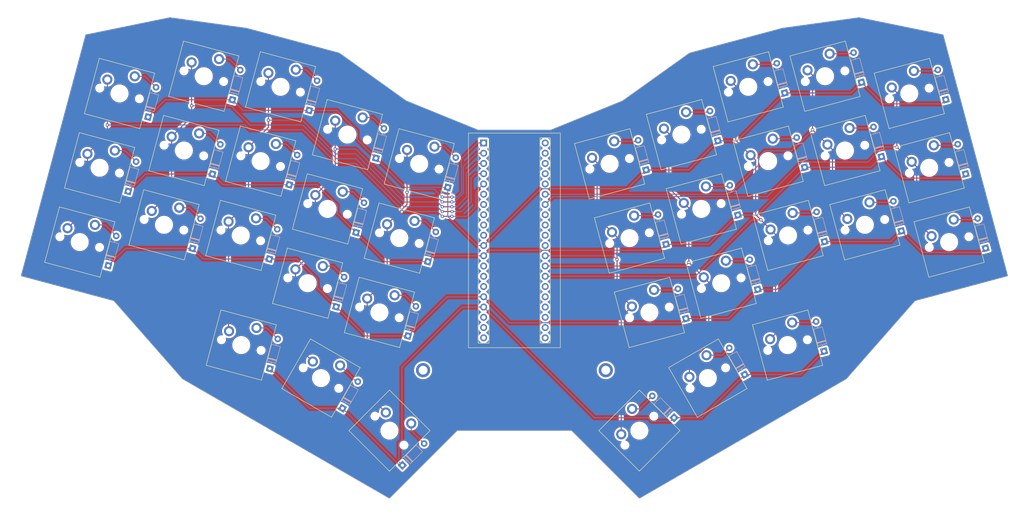
<source format=kicad_pcb>
(kicad_pcb (version 20221018) (generator pcbnew)
  (layers (0 "F.Cu" signal) (31 "B.Cu" signal) (34 "B.Paste" user) (35 "F.Paste" user) (36 "B.SilkS" user "B.Silkscreen") (37 "F.SilkS" user "F.Silkscreen") (38 "B.Mask" user) (39 "F.Mask" user) (44 "Edge.Cuts" user))
  (net 0 "")
  (net 1 "R0")
  (net 2 "Net-(D1-A)")
  (net 3 "Net-(D2-A)")
  (net 4 "Net-(D3-A)")
  (net 5 "Net-(D4-A)")
  (net 6 "Net-(D5-A)")
  (net 7 "Net-(D6-A)")
  (net 8 "Net-(D7-A)")
  (net 9 "Net-(D8-A)")
  (net 10 "Net-(D9-A)")
  (net 11 "Net-(D10-A)")
  (net 12 "R1")
  (net 13 "Net-(D11-A)")
  (net 14 "Net-(D12-A)")
  (net 15 "Net-(D13-A)")
  (net 16 "Net-(D14-A)")
  (net 17 "Net-(D15-A)")
  (net 18 "Net-(D16-A)")
  (net 19 "Net-(D17-A)")
  (net 20 "Net-(D18-A)")
  (net 21 "Net-(D19-A)")
  (net 22 "Net-(D20-A)")
  (net 23 "R2")
  (net 24 "Net-(D21-A)")
  (net 25 "Net-(D22-A)")
  (net 26 "Net-(D23-A)")
  (net 27 "Net-(D24-A)")
  (net 28 "Net-(D25-A)")
  (net 29 "Net-(D26-A)")
  (net 30 "Net-(D27-A)")
  (net 31 "Net-(D28-A)")
  (net 32 "Net-(D29-A)")
  (net 33 "Net-(D30-A)")
  (net 34 "R3")
  (net 35 "Net-(D31-A)")
  (net 36 "Net-(D32-A)")
  (net 37 "Net-(D33-A)")
  (net 38 "Net-(D34-A)")
  (net 39 "Net-(D35-A)")
  (net 40 "Net-(D36-A)")
  (net 41 "C0")
  (net 42 "C1")
  (net 43 "C2")
  (net 44 "C3")
  (net 45 "C4")
  (net 46 "C5")
  (net 47 "C6")
  (net 48 "C7")
  (net 49 "C8")
  (net 50 "C9")
  (footprint "WeAct_BlackPill:YAAJ_WeAct_BlackPill_2" (layer "F.Cu") (at 139.932661 52.354833)
    (fp_text reference "U2" hide)
    (fp_text value "YAAJ_WeAct_BlackPill_Part_Like" hide)
  )
  (footprint "ScottoKeebs_MX:MX_PCB_1.00u" (layer "F.Cu") (at 195.454657 110.589234 30)
    (fp_text reference "S35" hide)
    (fp_text value "Keyswitch")
  )
  (footprint "ScottoKeebs_MX:MX_PCB_1.00u" (layer "F.Cu") (at 210.391629 56.858888 15)
    (fp_text reference "S18" hide)
    (fp_text value "Keyswitch")
  )
  (footprint "ScottoKeebs_MX:MX_PCB_1.00u" (layer "F.Cu") (at 39.899849 76.899324 -15)
    (fp_text reference "S21" hide)
    (fp_text value "Keyswitch")
  )
  (footprint "ScottoKeebs_MX:MX_PCB_1.00u" (layer "F.Cu") (at 198.770181 87.090604 15)
    (fp_text reference "S27" hide)
    (fp_text value "Keyswitch")
  )
  (footprint "ScottoKeebs_MX:MX_PCB_1.00u" (layer "F.Cu") (at 178.497878 123.600624 45)
    (fp_text reference "S34" hide)
    (fp_text value "Keyswitch")
  )
  (footprint "ScottoKeebs_MX:MX_PCB_1.00u" (layer "F.Cu") (at 188.909179 50.288834 15)
    (fp_text reference "S7" hide)
    (fp_text value "Keyswitch")
  )
  (footprint "ScottoKeebs_MX:MX_PCB_1.00u" (layer "F.Cu") (at 215.32213 75.259772 15)
    (fp_text reference "S28" hide)
    (fp_text value "Keyswitch")
  )
  (footprint "ScottoKeebs_MX:MX_PCB_1.00u" (layer "F.Cu") (at 60.765986 72.629381 -15)
    (fp_text reference "S22" hide)
    (fp_text value "Keyswitch")
  )
  (footprint "ScottoKeebs_MX:MX_PCB_1.00u" (layer "F.Cu") (at 193.839681 68.689721 15)
    (fp_text reference "S17" hide)
    (fp_text value "Keyswitch")
  )
  (footprint "hwkb:tbc" (layer "F.Cu") (at 147.552661 119.347333)
    (fp_text reference "G***" hide)
    (fp_text value "LOGO" hide)
  )
  (footprint "ScottoKeebs_MX:MX_PCB_1.00u" (layer "F.Cu") (at 70.626996 35.82761 -15)
    (fp_text reference "S2" hide)
    (fp_text value "Keyswitch")
  )
  (footprint "ScottoKeebs_MX:MX_PCB_1.00u" (layer "F.Cu") (at 44.830354 58.498435 -15)
    (fp_text reference "S11" hide)
    (fp_text value "Keyswitch")
  )
  (footprint "ScottoKeebs_MX:MX_PCB_1.00u" (layer "F.Cu") (at 171.124606 57.519447 15)
    (fp_text reference "S6" hide)
    (fp_text value "Keyswitch")
  )
  (footprint "ScottoKeebs_MX:MX_PCB_1.00u" (layer "F.Cu") (at 224.478323 35.827607 15)
    (fp_text reference "S9" hide)
    (fp_text value "Keyswitch")
  )
  (footprint "ScottoKeebs_MX:MX_PCB_1.00u" (layer "F.Cu") (at 89.644198 38.458001 -15)
    (fp_text reference "S3" hide)
    (fp_text value "Keyswitch")
  )
  (footprint "ScottoKeebs_MX:MX_PCB_1.00u" (layer "F.Cu") (at 101.265637 68.689724 -15)
    (fp_text reference "S14" hide)
    (fp_text value "Keyswitch")
  )
  (footprint "ScottoKeebs_MX:MX_PCB_1.00u" (layer "F.Cu") (at 250.274964 58.498432 15)
    (fp_text reference "S20" hide)
    (fp_text value "Keyswitch")
  )
  (footprint "ScottoKeebs_MX:MX_PCB_1.00u" (layer "F.Cu") (at 79.783184 75.259774 -15)
    (fp_text reference "S23" hide)
    (fp_text value "Keyswitch")
  )
  (footprint "ScottoKeebs_MX:MX_PCB_1.00u" (layer "F.Cu") (at 106.196144 50.288835 -15)
    (fp_text reference "S4" hide)
    (fp_text value "Keyswitch")
  )
  (footprint "ScottoKeebs_MX:MX_PCB_1.00u" (layer "F.Cu") (at 180.985605 94.321219 15)
    (fp_text reference "S26" hide)
    (fp_text value "Keyswitch")
  )
  (footprint "ScottoKeebs_MX:MX_PCB_1.00u" (layer "F.Cu") (at 49.760855 40.097549 -15)
    (fp_text reference "S1" hide)
    (fp_text value "Keyswitch")
  )
  (footprint "ScottoKeebs_MX:MX_PCB_1.00u" (layer "F.Cu") (at 215.201243 102.40993 15)
    (fp_text reference "S36" hide)
    (fp_text value "Keyswitch")
  )
  (footprint "ScottoKeebs_MX:MX_PCB_1.00u" (layer "F.Cu") (at 114.119712 94.321223 -15)
    (fp_text reference "S25" hide)
    (fp_text value "Keyswitch")
  )
  (footprint "ScottoKeebs_MX:MX_PCB_1.00u" (layer "F.Cu") (at 84.713692 56.858888 -15)
    (fp_text reference "S13" hide)
    (fp_text value "Keyswitch")
  )
  (footprint "ScottoKeebs_MX:MX_PCB_1.00u" (layer "F.Cu") (at 123.980716 57.519449 -15)
    (fp_text reference "S5" hide)
    (fp_text value "Keyswitch")
  )
  (footprint "ScottoKeebs_MX:MX_PCB_1.00u" (layer "F.Cu") (at 119.050212 75.920336 -15)
    (fp_text reference "S15" hide)
    (fp_text value "Keyswitch")
  )
  (footprint "" (layer "F.Cu") (at 124.930786 108.631708)
    (fp_text reference "")
    (fp_text value "")
  )
  (footprint "" (layer "F.Cu") (at 170.174536 108.631708)
    (fp_text reference "")
    (fp_text value "")
  )
  (footprint "ScottoKeebs_MX:MX_PCB_1.00u" (layer "F.Cu") (at 234.339333 72.629381 15)
    (fp_text reference "S29" hide)
    (fp_text value "Keyswitch")
  )
  (footprint "ScottoKeebs_MX:MX_PCB_1.00u" (layer "F.Cu") (at 96.335135 87.090609 -15)
    (fp_text reference "S24" hide)
    (fp_text value "Keyswitch")
  )
  (footprint "ScottoKeebs_MX:MX_PCB_1.00u" (layer "F.Cu") (at 116.607437 123.600628 -45)
    (fp_text reference "S33" hide)
    (fp_text value "Keyswitch")
  )
  (footprint "ScottoKeebs_MX:MX_PCB_1.00u" (layer "F.Cu") (at 99.650662 110.589233 -30)
    (fp_text reference "S32" hide)
    (fp_text value "Keyswitch")
  )
  (footprint "ScottoKeebs_MX:MX_PCB_1.00u" (layer "F.Cu") (at 65.696493 54.228494 -15)
    (fp_text reference "S12" hide)
    (fp_text value "Keyswitch")
  )
  (footprint "ScottoKeebs_MX:MX_PCB_1.00u" (layer "F.Cu") (at 205.461125 38.457996 15)
    (fp_text reference "S8" hide)
    (fp_text value "Keyswitch")
  )
  (footprint "ScottoKeebs_MX:MX_PCB_1.00u" (layer "F.Cu") (at 255.205469 76.89932 15)
    (fp_text reference "S30" hide)
    (fp_text value "Keyswitch")
  )
  (footprint "ScottoKeebs_MX:MX_PCB_1.00u" (layer "F.Cu") (at 245.344461 40.097545 15)
    (fp_text reference "S10" hide)
    (fp_text value "Keyswitch")
  )
  (footprint "ScottoKeebs_MX:MX_PCB_1.00u" (layer "F.Cu") (at 176.055107 75.920337 15)
    (fp_text reference "S16" hide)
    (fp_text value "Keyswitch")
  )
  (footprint "ScottoKeebs_MX:MX_PCB_1.00u" (layer "F.Cu") (at 79.904079 102.40993 -15)
    (fp_text reference "S31" hide)
    (fp_text value "Keyswitch")
  )
  (footprint "ScottoKeebs_MX:MX_PCB_1.00u" (layer "F.Cu") (at 229.408826 54.228495 15)
    (fp_text reference "S19" hide)
    (fp_text value "Keyswitch")
  )
  (footprint "ScottoKeebs_Components:Diode_DO-35" (layer "B.Cu") (at 214.497611 39.981078 105)
    (fp_text reference "D8" hide)
    (fp_text value "Diode")
  )
  (footprint "ScottoKeebs_Components:Diode_DO-35" (layer "B.Cu") (at 204.577434 109.721604 120)
    (fp_text reference "D35" hide)
    (fp_text value "Diode")
  )
  (footprint "ScottoKeebs_Components:Diode_DO-35" (layer "B.Cu") (at 96.708479 44.295276 75)
    (fp_text reference "D3" hide)
    (fp_text value "Diode")
  )
  (footprint "ScottoKeebs_Components:Diode_DO-35" (layer "B.Cu") (at 86.847476 81.097044 75)
    (fp_text reference "D23" hide)
    (fp_text value "Diode")
  )
  (footprint "ScottoKeebs_Components:Diode_DO-35" (layer "B.Cu") (at 264.241959 78.422406 105)
    (fp_text reference "D30" hide)
    (fp_text value "Diode")
  )
  (footprint "ScottoKeebs_Components:Diode_DO-35" (layer "B.Cu") (at 131.045005 63.356722 75)
    (fp_text reference "D5" hide)
    (fp_text value "Diode")
  )
  (footprint "ScottoKeebs_Components:Diode_DO-35" (layer "B.Cu") (at 224.23773 103.933011 105)
    (fp_text reference "D36" hide)
    (fp_text value "Diode")
  )
  (footprint "ScottoKeebs_Components:Diode_DO-35" (layer "B.Cu") (at 185.091594 77.443414 105)
    (fp_text reference "D16" hide)
    (fp_text value "Diode")
  )
  (footprint "ScottoKeebs_Components:Diode_DO-35" (layer "B.Cu") (at 113.260431 56.126105 75)
    (fp_text reference "D4" hide)
    (fp_text value "Diode")
  )
  (footprint "ScottoKeebs_Components:Diode_DO-35" (layer "B.Cu") (at 243.37582 74.152459 105)
    (fp_text reference "D29" hide)
    (fp_text value "Diode")
  )
  (footprint "ScottoKeebs_Components:Diode_DO-35" (layer "B.Cu") (at 108.329929 74.526997 75)
    (fp_text reference "D14" hide)
    (fp_text value "Diode")
  )
  (footprint "ScottoKeebs_Components:Diode_DO-35" (layer "B.Cu") (at 180.161089 59.042528 105)
    (fp_text reference "D6" hide)
    (fp_text value "Diode")
  )
  (footprint "ScottoKeebs_Components:Diode_DO-35" (layer "B.Cu") (at 259.311453 60.021515 105)
    (fp_text reference "D20" hide)
    (fp_text value "Diode")
  )
  (footprint "ScottoKeebs_Components:Diode_DO-35" (layer "B.Cu") (at 51.894641 64.335711 75)
    (fp_text reference "D11" hide)
    (fp_text value "Diode")
  )
  (footprint "ScottoKeebs_Components:Diode_DO-35" (layer "B.Cu") (at 207.806671 88.613693 105)
    (fp_text reference "D27" hide)
    (fp_text value "Diode")
  )
  (footprint "ScottoKeebs_Components:Diode_DO-35" (layer "B.Cu") (at 254.380949 41.620628 105)
    (fp_text reference "D10" hide)
    (fp_text value "Diode")
  )
  (footprint "ScottoKeebs_Components:Diode_DO-35" (layer "B.Cu") (at 103.399426 92.927884 75)
    (fp_text reference "D24" hide)
    (fp_text value "Diode")
  )
  (footprint "ScottoKeebs_Components:Diode_DO-35" (layer "B.Cu") (at 72.760779 60.065769 75)
    (fp_text reference "D12" hide)
    (fp_text value "Diode")
  )
  (footprint "ScottoKeebs_Components:Diode_DO-35" (layer "B.Cu") (at 126.1145 81.757608 75)
    (fp_text reference "D15" hide)
    (fp_text value "Diode")
  )
  (footprint "ScottoKeebs_Components:Diode_DO-35" (layer "B.Cu") (at 238.445317 55.751571 105)
    (fp_text reference "D19" hide)
    (fp_text value "Diode")
  )
  (footprint "ScottoKeebs_Components:Diode_DO-35" (layer "B.Cu") (at 56.825144 45.934823 75)
    (fp_text reference "D1" hide)
    (fp_text value "Diode")
  )
  (footprint "ScottoKeebs_Components:Diode_DO-35" (layer "B.Cu") (at 233.514814 37.350688 105)
    (fp_text reference "D9" hide)
    (fp_text value "Diode")
  )
  (footprint "ScottoKeebs_Components:Diode_DO-35" (layer "B.Cu") (at 190.022099 95.8443 105)
    (fp_text reference "D26" hide)
    (fp_text value "Diode")
  )
  (footprint "ScottoKeebs_Components:Diode_DO-35" (layer "B.Cu") (at 119.806656 132.187996 45)
    (fp_text reference "D33" hide)
    (fp_text value "Diode")
  )
  (footprint "ScottoKeebs_Components:Diode_DO-35" (layer "B.Cu") (at 219.428118 58.381971 105)
    (fp_text reference "D18" hide)
    (fp_text value "Diode")
  )
  (footprint "ScottoKeebs_Components:Diode_DO-35" (layer "B.Cu") (at 121.183999 100.158496 75)
    (fp_text reference "D25" hide)
    (fp_text value "Diode")
  )
  (footprint "ScottoKeebs_Components:Diode_DO-35" (layer "B.Cu") (at 202.876169 70.212806 105)
    (fp_text reference "D17" hide)
    (fp_text value "Diode")
  )
  (footprint "ScottoKeebs_Components:Diode_DO-35" (layer "B.Cu") (at 46.964134 82.736597 75)
    (fp_text reference "D21" hide)
    (fp_text value "Diode")
  )
  (footprint "ScottoKeebs_Components:Diode_DO-35" (layer "B.Cu") (at 187.085249 120.401411 135)
    (fp_text reference "D34" hide)
    (fp_text value "Diode")
  )
  (footprint "ScottoKeebs_Components:Diode_DO-35" (layer "B.Cu") (at 104.963443 118.055978 60)
    (fp_text reference "D32" hide)
    (fp_text value "Diode")
  )
  (footprint "ScottoKeebs_Components:Diode_DO-35" (layer "B.Cu") (at 197.945666 51.811918 105)
    (fp_text reference "D7" hide)
    (fp_text value "Diode")
  )
  (footprint "ScottoKeebs_Components:Diode_DO-35" (layer "B.Cu") (at 67.830276 78.46665 75)
    (fp_text reference "D22" hide)
    (fp_text value "Diode")
  )
  (footprint "ScottoKeebs_Components:Diode_DO-35" (layer "B.Cu") (at 91.77798 62.696158 75)
    (fp_text reference "D13" hide)
    (fp_text value "Diode")
  )
  (footprint "ScottoKeebs_Components:Diode_DO-35" (layer "B.Cu") (at 77.691283 41.664878 75)
    (fp_text reference "D2" hide)
    (fp_text value "Diode")
  )
  (footprint "ScottoKeebs_Components:Diode_DO-35" (layer "B.Cu") (at 224.358619 76.782851 105)
    (fp_text reference "D28" hide)
    (fp_text value "Diode")
  )
  (footprint "ScottoKeebs_Components:Diode_DO-35" (layer "B.Cu") (at 86.968367 108.247204 75)
    (fp_text reference "D31" hide)
    (fp_text value "Diode")
  )
  (gr_line (start 161.659898 123.600626) (end 178.49788 140.438603) (stroke (width 0.1)) (layer "Edge.Cuts"))
  (gr_line (start 48.31884 91.481438) (end 65.321961 110.828922) (stroke (width 0.1)) (layer "Edge.Cuts"))
  (gr_line (start 190.879008 30.039012) (end 213.880119 23.875879) (stroke (width 0.1)) (layer "Edge.Cuts"))
  (gr_line (start 62.208005 21.24549) (end 81.225204 23.875882) (stroke (width 0.1)) (layer "Edge.Cuts"))
  (gr_line (start 174.327061 41.869843) (end 190.879008 30.039012) (stroke (width 0.1)) (layer "Edge.Cuts"))
  (gr_line (start 65.321961 110.828922) (end 116.607439 140.438606) (stroke (width 0.1)) (layer "Edge.Cuts"))
  (gr_line (start 269.78759 85.318314) (end 246.786482 91.481435) (stroke (width 0.1)) (layer "Edge.Cuts"))
  (gr_line (start 156.542487 49.100457) (end 174.327061 41.869843) (stroke (width 0.1)) (layer "Edge.Cuts"))
  (gr_line (start 246.786482 91.481435) (end 229.783359 110.828918) (stroke (width 0.1)) (layer "Edge.Cuts"))
  (gr_line (start 120.778261 41.869847) (end 104.226314 30.039009) (stroke (width 0.1)) (layer "Edge.Cuts"))
  (gr_line (start 133.445419 123.600628) (end 116.607439 140.438606) (stroke (width 0.1)) (layer "Edge.Cuts"))
  (gr_line (start 138.562834 49.10046) (end 156.542487 49.100457) (stroke (width 0.1)) (layer "Edge.Cuts"))
  (gr_line (start 232.897319 21.245488) (end 253.763457 25.51543) (stroke (width 0.1)) (layer "Edge.Cuts"))
  (gr_line (start 253.763457 25.51543) (end 269.78759 85.318314) (stroke (width 0.1)) (layer "Edge.Cuts"))
  (gr_line (start 25.317733 85.318311) (end 41.341865 25.515431) (stroke (width 0.1)) (layer "Edge.Cuts"))
  (gr_line (start 81.225204 23.875882) (end 104.226314 30.039009) (stroke (width 0.1)) (layer "Edge.Cuts"))
  (gr_line (start 213.880119 23.875879) (end 232.897319 21.245488) (stroke (width 0.1)) (layer "Edge.Cuts"))
  (gr_line (start 25.317733 85.318311) (end 48.31884 91.481438) (stroke (width 0.1)) (layer "Edge.Cuts"))
  (gr_line (start 133.445419 123.600628) (end 161.659898 123.600626) (stroke (width 0.1)) (layer "Edge.Cuts"))
  (gr_line (start 229.783359 110.828918) (end 178.49788 140.438603) (stroke (width 0.1)) (layer "Edge.Cuts"))
  (gr_line (start 41.341865 25.515431) (end 62.208005 21.24549) (stroke (width 0.1)) (layer "Edge.Cuts"))
  (gr_line (start 138.562834 49.10046) (end 120.778261 41.869847) (stroke (width 0.1)) (layer "Edge.Cuts"))
  (segment (start 131.045005 63.356722) (end 131.045005 70.527482) (width 0.25) (layer "B.Cu") (net 1))
  (segment (start 77.691283 41.664878) (end 80.321681 44.295276) (width 0.25) (layer "B.Cu") (net 1))
  (segment (start 108.571144 49.305078) (end 108.571144 51.436818) (width 0.25) (layer "B.Cu") (net 1))
  (segment (start 153.997661 63.689833) (end 139.932661 77.754833) (width 0.25) (layer "B.Cu") (net 1))
  (segment (start 175.513784 63.689833) (end 153.997661 63.689833) (width 0.25) (layer "B.Cu") (net 1))
  (segment (start 131.045005 70.527482) (end 138.272356 77.754833) (width 0.25) (layer "B.Cu") (net 1))
  (segment (start 197.945666 51.811918) (end 190.715056 59.042528) (width 0.25) (layer "B.Cu") (net 1))
  (segment (start 108.571144 51.436818) (end 113.260431 56.126105) (width 0.25) (layer "B.Cu") (net 1))
  (segment (start 233.514814 37.350688) (end 230.884424 39.981078) (width 0.25) (layer "B.Cu") (net 1))
  (segment (start 230.884424 39.981078) (end 214.497611 39.981078) (width 0.25) (layer "B.Cu") (net 1))
  (segment (start 56.825144 45.934823) (end 61.095089 41.664878) (width 0.25) (layer "B.Cu") (net 1))
  (segment (start 238.826472 42.662346) (end 233.514814 37.350688) (width 0.25) (layer "B.Cu") (net 1))
  (segment (start 190.715056 59.042528) (end 180.161089 59.042528) (width 0.25) (layer "B.Cu") (net 1))
  (segment (start 254.380949 41.620628) (end 253.339231 42.662346) (width 0.25) (layer "B.Cu") (net 1))
  (segment (start 202.666771 51.811918) (end 197.945666 51.811918) (width 0.25) (layer "B.Cu") (net 1))
  (segment (start 180.161089 59.042528) (end 175.513784 63.689833) (width 0.25) (layer "B.Cu") (net 1))
  (segment (start 138.272356 77.754833) (end 139.932661 77.754833) (width 0.25) (layer "B.Cu") (net 1))
  (segment (start 120.491048 63.356722) (end 131.045005 63.356722) (width 0.25) (layer "B.Cu") (net 1))
  (segment (start 96.708479 44.295276) (end 103.561342 44.295276) (width 0.25) (layer "B.Cu") (net 1))
  (segment (start 214.497611 39.981078) (end 202.666771 51.811918) (width 0.25) (layer "B.Cu") (net 1))
  (segment (start 80.321681 44.295276) (end 96.708479 44.295276) (width 0.25) (layer "B.Cu") (net 1))
  (segment (start 113.260431 56.126105) (end 120.491048 63.356722) (width 0.25) (layer "B.Cu") (net 1))
  (segment (start 61.095089 41.664878) (end 77.691283 41.664878) (width 0.25) (layer "B.Cu") (net 1))
  (segment (start 103.561342 44.295276) (end 108.571144 49.305078) (width 0.25) (layer "B.Cu") (net 1))
  (segment (start 253.339231 42.662346) (end 238.826472 42.662346) (width 0.25) (layer "B.Cu") (net 1))
  (segment (start 53.529107 35.848046) (end 56.070923 35.848046) (width 0.25) (layer "B.Cu") (net 2))
  (segment (start 56.070923 35.848046) (end 58.797345 38.574468) (width 0.25) (layer "B.Cu") (net 2))
  (segment (start 74.395248 31.578107) (end 76.937068 31.578107) (width 0.25) (layer "B.Cu") (net 3))
  (segment (start 76.937068 31.578107) (end 79.663484 34.304523) (width 0.25) (layer "B.Cu") (net 3))
  (segment (start 95.954257 34.208498) (end 98.68068 36.934921) (width 0.25) (layer "B.Cu") (net 4))
  (segment (start 93.41245 34.208498) (end 95.954257 34.208498) (width 0.25) (layer "B.Cu") (net 4))
  (segment (start 112.506214 46.039332) (end 115.232632 48.76575) (width 0.25) (layer "B.Cu") (net 5))
  (segment (start 109.964396 46.039332) (end 112.506214 46.039332) (width 0.25) (layer "B.Cu") (net 5))
  (segment (start 130.290785 53.269946) (end 133.017206 55.996367) (width 0.25) (layer "B.Cu") (net 6))
  (segment (start 127.748968 53.269946) (end 130.290785 53.269946) (width 0.25) (layer "B.Cu") (net 6))
  (segment (start 172.263257 51.955143) (end 177.915918 51.955143) (width 0.25) (layer "B.Cu") (net 7))
  (segment (start 177.915918 51.955143) (end 178.188888 51.682173) (width 0.25) (layer "B.Cu") (net 7))
  (segment (start 190.04783 44.72453) (end 195.700498 44.72453) (width 0.25) (layer "B.Cu") (net 8))
  (segment (start 195.700498 44.72453) (end 195.973465 44.451563) (width 0.25) (layer "B.Cu") (net 8))
  (segment (start 212.252441 32.893692) (end 212.52541 32.620723) (width 0.25) (layer "B.Cu") (net 9))
  (segment (start 206.599776 32.893692) (end 212.252441 32.893692) (width 0.25) (layer "B.Cu") (net 9))
  (segment (start 231.269643 30.263303) (end 231.542613 29.990333) (width 0.25) (layer "B.Cu") (net 10))
  (segment (start 225.616974 30.263303) (end 231.269643 30.263303) (width 0.25) (layer "B.Cu") (net 10))
  (segment (start 246.483112 34.533241) (end 252.13578 34.533241) (width 0.25) (layer "B.Cu") (net 11))
  (segment (start 252.13578 34.533241) (end 252.408748 34.260273) (width 0.25) (layer "B.Cu") (net 11))
  (segment (start 235.814917 58.381971) (end 219.428118 58.381971) (width 0.25) (layer "B.Cu") (net 12))
  (segment (start 195.645561 77.443414) (end 185.091594 77.443414) (width 0.25) (layer "B.Cu") (net 12))
  (segment (start 243.756979 61.063233) (end 238.445317 55.751571) (width 0.25) (layer "B.Cu") (net 12))
  (segment (start 51.894641 64.335711) (end 56.164583 60.065769) (width 0.25) (layer "B.Cu") (net 12))
  (segment (start 207.597283 70.212806) (end 202.876169 70.212806) (width 0.25) (layer "B.Cu") (net 12))
  (segment (start 141.297661 78.929833) (end 139.932661 80.294833) (width 0.25) (layer "B.Cu") (net 12))
  (segment (start 202.876169 70.212806) (end 195.645561 77.443414) (width 0.25) (layer "B.Cu") (net 12))
  (segment (start 98.630828 62.696158) (end 103.640637 67.705967) (width 0.25) (layer "B.Cu") (net 12))
  (segment (start 183.605175 78.929833) (end 141.297661 78.929833) (width 0.25) (layer "B.Cu") (net 12))
  (segment (start 108.329929 74.526997) (end 115.56054 81.757608) (width 0.25) (layer "B.Cu") (net 12))
  (segment (start 103.640637 67.705967) (end 103.640637 69.837705) (width 0.25) (layer "B.Cu") (net 12))
  (segment (start 115.56054 81.757608) (end 126.1145 81.757608) (width 0.25) (layer "B.Cu") (net 12))
  (segment (start 56.164583 60.065769) (end 72.760779 60.065769) (width 0.25) (layer "B.Cu") (net 12))
  (segment (start 72.760779 60.065769) (end 75.391168 62.696158) (width 0.25) (layer "B.Cu") (net 12))
  (segment (start 258.269735 61.063233) (end 243.756979 61.063233) (width 0.25) (layer "B.Cu") (net 12))
  (segment (start 127.577275 80.294833) (end 139.932661 80.294833) (width 0.25) (layer "B.Cu") (net 12))
  (segment (start 219.428118 58.381971) (end 207.597283 70.212806) (width 0.25) (layer "B.Cu") (net 12))
  (segment (start 126.1145 81.757608) (end 127.577275 80.294833) (width 0.25) (layer "B.Cu") (net 12))
  (segment (start 91.77798 62.696158) (end 98.630828 62.696158) (width 0.25) (layer "B.Cu") (net 12))
  (segment (start 75.391168 62.696158) (end 91.77798 62.696158) (width 0.25) (layer "B.Cu") (net 12))
  (segment (start 259.311453 60.021515) (end 258.269735 61.063233) (width 0.25) (layer "B.Cu") (net 12))
  (segment (start 238.445317 55.751571) (end 235.814917 58.381971) (width 0.25) (layer "B.Cu") (net 12))
  (segment (start 103.640637 69.837705) (end 108.329929 74.526997) (width 0.25) (layer "B.Cu") (net 12))
  (segment (start 185.091594 77.443414) (end 183.605175 78.929833) (width 0.25) (layer "B.Cu") (net 12))
  (segment (start 51.140418 54.248932) (end 53.866842 56.975356) (width 0.25) (layer "B.Cu") (net 13))
  (segment (start 48.598606 54.248932) (end 51.140418 54.248932) (width 0.25) (layer "B.Cu") (net 13))
  (segment (start 69.464745 49.978991) (end 72.006557 49.978991) (width 0.25) (layer "B.Cu") (net 14))
  (segment (start 72.006557 49.978991) (end 74.73298 52.705414) (width 0.25) (layer "B.Cu") (net 14))
  (segment (start 88.481944 52.609385) (end 91.023763 52.609385) (width 0.25) (layer "B.Cu") (net 15))
  (segment (start 91.023763 52.609385) (end 93.750181 55.335803) (width 0.25) (layer "B.Cu") (net 15))
  (segment (start 105.033889 64.440221) (end 107.575709 64.440221) (width 0.25) (layer "B.Cu") (net 16))
  (segment (start 107.575709 64.440221) (end 110.30213 67.166642) (width 0.25) (layer "B.Cu") (net 16))
  (segment (start 122.818464 71.670833) (end 125.360281 71.670833) (width 0.25) (layer "B.Cu") (net 17))
  (segment (start 125.360281 71.670833) (end 128.086701 74.397253) (width 0.25) (layer "B.Cu") (net 17))
  (segment (start 177.193758 70.356033) (end 182.846419 70.356033) (width 0.25) (layer "B.Cu") (net 18))
  (segment (start 182.846419 70.356033) (end 183.119393 70.083059) (width 0.25) (layer "B.Cu") (net 18))
  (segment (start 194.978332 63.125417) (end 200.631002 63.125417) (width 0.25) (layer "B.Cu") (net 19))
  (segment (start 200.631002 63.125417) (end 200.903968 62.852451) (width 0.25) (layer "B.Cu") (net 19))
  (segment (start 217.182949 51.294584) (end 217.455917 51.021616) (width 0.25) (layer "B.Cu") (net 20))
  (segment (start 211.53028 51.294584) (end 217.182949 51.294584) (width 0.25) (layer "B.Cu") (net 20))
  (segment (start 230.547477 48.664191) (end 236.200141 48.664191) (width 0.25) (layer "B.Cu") (net 21))
  (segment (start 236.200141 48.664191) (end 236.473116 48.391216) (width 0.25) (layer "B.Cu") (net 21))
  (segment (start 257.066284 52.934128) (end 257.339252 52.66116) (width 0.25) (layer "B.Cu") (net 22))
  (segment (start 251.413615 52.934128) (end 257.066284 52.934128) (width 0.25) (layer "B.Cu") (net 22))
  (segment (start 200.576064 95.8443) (end 190.022099 95.8443) (width 0.25) (layer "B.Cu") (net 23))
  (segment (start 130.887662 90.454833) (end 139.932661 90.454833) (width 0.25) (layer "B.Cu") (net 23))
  (segment (start 190.022099 95.8443) (end 188.980379 96.88602) (width 0.25) (layer "B.Cu") (net 23))
  (segment (start 207.806671 88.613693) (end 200.576064 95.8443) (width 0.25) (layer "B.Cu") (net 23))
  (segment (start 248.687482 79.464121) (end 243.37582 74.152459) (width 0.25) (layer "B.Cu") (net 23))
  (segment (start 98.710135 86.106852) (end 98.710135 88.238593) (width 0.25) (layer "B.Cu") (net 23))
  (segment (start 51.234081 78.46665) (end 67.830276 78.46665) (width 0.25) (layer "B.Cu") (net 23))
  (segment (start 263.200244 79.464121) (end 248.687482 79.464121) (width 0.25) (layer "B.Cu") (net 23))
  (segment (start 70.46067 81.097044) (end 86.847476 81.097044) (width 0.25) (layer "B.Cu") (net 23))
  (segment (start 46.964134 82.736597) (end 51.234081 78.46665) (width 0.25) (layer "B.Cu") (net 23))
  (segment (start 224.358619 76.782851) (end 212.527777 88.613693) (width 0.25) (layer "B.Cu") (net 23))
  (segment (start 146.363848 96.88602) (end 139.932661 90.454833) (width 0.25) (layer "B.Cu") (net 23))
  (segment (start 67.830276 78.46665) (end 70.46067 81.097044) (width 0.25) (layer "B.Cu") (net 23))
  (segment (start 212.527777 88.613693) (end 207.806671 88.613693) (width 0.25) (layer "B.Cu") (net 23))
  (segment (start 243.37582 74.152459) (end 240.745428 76.782851) (width 0.25) (layer "B.Cu") (net 23))
  (segment (start 264.241959 78.422406) (end 263.200244 79.464121) (width 0.25) (layer "B.Cu") (net 23))
  (segment (start 110.630038 100.158496) (end 121.183999 100.158496) (width 0.25) (layer "B.Cu") (net 23))
  (segment (start 93.700327 81.097044) (end 98.710135 86.106852) (width 0.25) (layer "B.Cu") (net 23))
  (segment (start 188.980379 96.88602) (end 146.363848 96.88602) (width 0.25) (layer "B.Cu") (net 23))
  (segment (start 121.183999 100.158496) (end 130.887662 90.454833) (width 0.25) (layer "B.Cu") (net 23))
  (segment (start 86.847476 81.097044) (end 93.700327 81.097044) (width 0.25) (layer "B.Cu") (net 23))
  (segment (start 103.399426 92.927884) (end 110.630038 100.158496) (width 0.25) (layer "B.Cu") (net 23))
  (segment (start 98.710135 88.238593) (end 103.399426 92.927884) (width 0.25) (layer "B.Cu") (net 23))
  (segment (start 240.745428 76.782851) (end 224.358619 76.782851) (width 0.25) (layer "B.Cu") (net 23))
  (segment (start 46.209914 72.649821) (end 48.936335 75.376242) (width 0.25) (layer "B.Cu") (net 24))
  (segment (start 43.668101 72.649821) (end 46.209914 72.649821) (width 0.25) (layer "B.Cu") (net 24))
  (segment (start 67.07606 68.379878) (end 69.802477 71.106295) (width 0.25) (layer "B.Cu") (net 25))
  (segment (start 64.534238 68.379878) (end 67.07606 68.379878) (width 0.25) (layer "B.Cu") (net 25))
  (segment (start 83.551436 71.010271) (end 86.093259 71.010271) (width 0.25) (layer "B.Cu") (net 26))
  (segment (start 86.093259 71.010271) (end 88.819677 73.736689) (width 0.25) (layer "B.Cu") (net 26))
  (segment (start 102.645204 82.841106) (end 105.371627 85.567529) (width 0.25) (layer "B.Cu") (net 27))
  (segment (start 100.103387 82.841106) (end 102.645204 82.841106) (width 0.25) (layer "B.Cu") (net 27))
  (segment (start 120.429779 90.07172) (end 123.1562 92.798141) (width 0.25) (layer "B.Cu") (net 28))
  (segment (start 117.887964 90.07172) (end 120.429779 90.07172) (width 0.25) (layer "B.Cu") (net 28))
  (segment (start 187.776928 88.756915) (end 188.049898 88.483945) (width 0.25) (layer "B.Cu") (net 29))
  (segment (start 182.124256 88.756915) (end 187.776928 88.756915) (width 0.25) (layer "B.Cu") (net 29))
  (segment (start 205.561508 81.5263) (end 205.83447 81.253338) (width 0.25) (layer "B.Cu") (net 30))
  (segment (start 199.908832 81.5263) (end 205.561508 81.5263) (width 0.25) (layer "B.Cu") (net 30))
  (segment (start 216.460781 69.695468) (end 222.113446 69.695468) (width 0.25) (layer "B.Cu") (net 31))
  (segment (start 222.113446 69.695468) (end 222.386418 69.422496) (width 0.25) (layer "B.Cu") (net 31))
  (segment (start 241.130646 67.065077) (end 241.403619 66.792104) (width 0.25) (layer "B.Cu") (net 32))
  (segment (start 235.477984 67.065077) (end 241.130646 67.065077) (width 0.25) (layer "B.Cu") (net 32))
  (segment (start 256.34412 71.335016) (end 261.996793 71.335016) (width 0.25) (layer "B.Cu") (net 33))
  (segment (start 261.996793 71.335016) (end 262.269758 71.062051) (width 0.25) (layer "B.Cu") (net 33))
  (segment (start 218.449137 109.721604) (end 204.577434 109.721604) (width 0.25) (layer "B.Cu") (net 34))
  (segment (start 119.681772 107.927597) (end 134.614536 92.994833) (width 0.25) (layer "B.Cu") (net 34))
  (segment (start 224.23773 103.933011) (end 218.449137 109.721604) (width 0.25) (layer "B.Cu") (net 34))
  (segment (start 180.715102 120.401411) (end 167.339239 120.401411) (width 0.25) (layer "B.Cu") (net 34))
  (segment (start 86.968367 108.247204) (end 96.777141 118.055978) (width 0.25) (layer "B.Cu") (net 34))
  (segment (start 118.949539 126.674963) (end 119.681772 125.94273) (width 0.25) (layer "B.Cu") (net 34))
  (segment (start 204.577434 109.721604) (end 193.897627 120.401411) (width 0.25) (layer "B.Cu") (net 34))
  (segment (start 96.777141 118.055978) (end 104.963443 118.055978) (width 0.25) (layer "B.Cu") (net 34))
  (segment (start 119.681772 125.94273) (end 119.681772 107.927597) (width 0.25) (layer "B.Cu") (net 34))
  (segment (start 181.572213 121.258522) (end 180.715102 120.401411) (width 0.25) (layer "B.Cu") (net 34))
  (segment (start 119.095461 132.187996) (end 119.806656 132.187996) (width 0.25) (layer "B.Cu") (net 34))
  (segment (start 193.897627 120.401411) (end 187.085249 120.401411) (width 0.25) (layer "B.Cu") (net 34))
  (segment (start 134.614536 92.994833) (end 139.932661 92.994833) (width 0.25) (layer "B.Cu") (net 34))
  (segment (start 119.806656 132.187996) (end 118.949539 131.330879) (width 0.25) (layer "B.Cu") (net 34))
  (segment (start 186.228138 121.258522) (end 181.572213 121.258522) (width 0.25) (layer "B.Cu") (net 34))
  (segment (start 118.949539 131.330879) (end 118.949539 126.674963) (width 0.25) (layer "B.Cu") (net 34))
  (segment (start 104.963443 118.055978) (end 119.095461 132.187996) (width 0.25) (layer "B.Cu") (net 34))
  (segment (start 167.339239 120.401411) (end 139.932661 92.994833) (width 0.25) (layer "B.Cu") (net 34))
  (segment (start 187.085249 120.401411) (end 186.228138 121.258522) (width 0.25) (layer "B.Cu") (net 34))
  (segment (start 83.672331 98.160427) (end 86.214146 98.160427) (width 0.25) (layer "B.Cu") (net 35))
  (segment (start 86.214146 98.160427) (end 88.940568 100.886849) (width 0.25) (layer "B.Cu") (net 35))
  (segment (start 104.390367 107.459824) (end 108.387407 111.456864) (width 0.25) (layer "B.Cu") (net 36))
  (segment (start 108.387407 111.456864) (end 108.773443 111.456864) (width 0.25) (layer "B.Cu") (net 36))
  (segment (start 121.995591 123.600623) (end 125.19481 126.799842) (width 0.25) (layer "B.Cu") (net 37))
  (segment (start 121.995591 121.804577) (end 121.995591 123.600623) (width 0.25) (layer "B.Cu") (net 37))
  (segment (start 176.701827 118.21247) (end 178.497882 118.21247) (width 0.25) (layer "B.Cu") (net 38))
  (segment (start 178.497882 118.21247) (end 181.697095 115.013257) (width 0.25) (layer "B.Cu") (net 38))
  (segment (start 195.114362 104.919825) (end 198.970099 104.919825) (width 0.25) (layer "B.Cu") (net 39))
  (segment (start 198.970099 104.919825) (end 200.767434 103.12249) (width 0.25) (layer "B.Cu") (net 39))
  (segment (start 221.992559 96.845626) (end 222.265529 96.572656) (width 0.25) (layer "B.Cu") (net 40))
  (segment (start 216.339894 96.845626) (end 221.992559 96.845626) (width 0.25) (layer "B.Cu") (net 40))
  (segment (start 132.074536 70.531708) (end 129.693286 70.531708) (width 0.25) (layer "F.Cu") (net 41))
  (segment (start 41.807577 68.529267) (end 36.877072 73.459772) (width 0.25) (layer "F.Cu") (net 41))
  (segment (start 46.738078 50.128382) (end 41.807577 55.058883) (width 0.25) (layer "F.Cu") (net 41))
  (segment (start 41.807577 55.058883) (end 41.807577 68.529267) (width 0.25) (layer "F.Cu") (net 41))
  (segment (start 46.738078 36.657997) (end 46.738078 47.909833) (width 0.25) (layer "F.Cu") (net 41))
  (segment (start 46.738078 47.909833) (end 46.738078 50.128382) (width 0.25) (layer "F.Cu") (net 41))
  (via (at 46.738078 47.909833) (size 0.8) (drill 0.4) (layers "F.Cu" "B.Cu") (net 41))
  (via (at 129.693286 70.531708) (size 0.8) (drill 0.4) (layers "F.Cu" "B.Cu") (net 41))
  (via (at 132.074536 70.531708) (size 0.8) (drill 0.4) (layers "F.Cu" "B.Cu") (net 41))
  (segment (start 135.646411 70.531708) (end 132.074536 70.531708) (width 0.25) (layer "B.Cu") (net 41))
  (segment (start 128.502661 69.341083) (end 129.693286 70.531708) (width 0.25) (layer "B.Cu") (net 41))
  (segment (start 95.165161 49.100458) (end 103.499536 57.434833) (width 0.25) (layer "B.Cu") (net 41))
  (segment (start 80.877661 47.909833) (end 82.068286 49.100458) (width 0.25) (layer "B.Cu") (net 41))
  (segment (start 138.027661 68.150458) (end 135.646411 70.531708) (width 0.25) (layer "B.Cu") (net 41))
  (segment (start 108.262036 57.434833) (end 120.168286 69.341083) (width 0.25) (layer "B.Cu") (net 41))
  (segment (start 120.168286 69.341083) (end 128.502661 69.341083) (width 0.25) (layer "B.Cu") (net 41))
  (segment (start 138.027661 64.419833) (end 138.027661 68.150458) (width 0.25) (layer "B.Cu") (net 41))
  (segment (start 103.499536 57.434833) (end 108.262036 57.434833) (width 0.25) (layer "B.Cu") (net 41))
  (segment (start 46.738078 47.909833) (end 80.877661 47.909833) (width 0.25) (layer "B.Cu") (net 41))
  (segment (start 82.068286 49.100458) (end 95.165161 49.100458) (width 0.25) (layer "B.Cu") (net 41))
  (segment (start 139.932661 62.514833) (end 138.027661 64.419833) (width 0.25) (layer "B.Cu") (net 41))
  (segment (start 62.673716 64.259322) (end 57.743209 69.189829) (width 0.25) (layer "F.Cu") (net 42))
  (segment (start 62.673716 50.788942) (end 62.673716 64.259322) (width 0.25) (layer "F.Cu") (net 42))
  (segment (start 67.604219 43.147333) (end 67.604219 45.858439) (width 0.25) (layer "F.Cu") (net 42))
  (segment (start 67.604219 32.388058) (end 67.604219 43.147333) (width 0.25) (layer "F.Cu") (net 42))
  (segment (start 67.604219 45.858439) (end 62.673716 50.788942) (width 0.25) (layer "F.Cu") (net 42))
  (segment (start 132.098873 69.341083) (end 129.693286 69.341083) (width 0.25) (layer "F.Cu") (net 42))
  (via (at 129.693286 69.341083) (size 0.8) (drill 0.4) (layers "F.Cu" "B.Cu") (net 42))
  (via (at 67.604219 43.147333) (size 0.8) (drill 0.4) (layers "F.Cu" "B.Cu") (net 42))
  (via (at 132.098873 69.341083) (size 0.8) (drill 0.4) (layers "F.Cu" "B.Cu") (net 42))
  (segment (start 128.502661 68.150458) (end 120.168286 68.150458) (width 0.25) (layer "B.Cu") (net 42))
  (segment (start 82.068286 47.909833) (end 77.305786 43.147333) (width 0.25) (layer "B.Cu") (net 42))
  (segment (start 136.837036 61.006708) (end 137.868911 59.974833) (width 0.25) (layer "B.Cu") (net 42))
  (segment (start 103.499536 56.244208) (end 95.165161 47.909833) (width 0.25) (layer "B.Cu") (net 42))
  (segment (start 129.693286 69.341083) (end 128.502661 68.150458) (width 0.25) (layer "B.Cu") (net 42))
  (segment (start 120.168286 68.150458) (end 108.262036 56.244208) (width 0.25) (layer "B.Cu") (net 42))
  (segment (start 134.455786 69.341083) (end 136.837036 66.959833) (width 0.25) (layer "B.Cu") (net 42))
  (segment (start 108.262036 56.244208) (end 103.499536 56.244208) (width 0.25) (layer "B.Cu") (net 42))
  (segment (start 132.098873 69.341083) (end 134.455786 69.341083) (width 0.25) (layer "B.Cu") (net 42))
  (segment (start 137.868911 59.974833) (end 139.932661 59.974833) (width 0.25) (layer "B.Cu") (net 42))
  (segment (start 95.165161 47.909833) (end 82.068286 47.909833) (width 0.25) (layer "B.Cu") (net 42))
  (segment (start 77.305786 43.147333) (end 67.604219 43.147333) (width 0.25) (layer "B.Cu") (net 42))
  (segment (start 136.837036 66.959833) (end 136.837036 61.006708) (width 0.25) (layer "B.Cu") (net 42))
  (segment (start 76.760407 98.849483) (end 76.881302 98.970378) (width 0.25) (layer "F.Cu") (net 43))
  (segment (start 76.760407 71.820222) (end 76.760407 98.849483) (width 0.25) (layer "F.Cu") (net 43))
  (segment (start 86.621421 46.719208) (end 86.621421 48.48883) (width 0.25) (layer "F.Cu") (net 43))
  (segment (start 81.690915 53.419336) (end 81.690915 66.889714) (width 0.25) (layer "F.Cu") (net 43))
  (segment (start 86.621421 48.48883) (end 81.690915 53.419336) (width 0.25) (layer "F.Cu") (net 43))
  (segment (start 86.621421 35.018449) (end 86.621421 46.719208) (width 0.25) (layer "F.Cu") (net 43))
  (segment (start 132.074536 68.150458) (end 129.693286 68.150458) (width 0.25) (layer "F.Cu") (net 43))
  (segment (start 81.690915 66.889714) (end 76.760407 71.820222) (width 0.25) (layer "F.Cu") (net 43))
  (via (at 86.621421 46.719208) (size 0.8) (drill 0.4) (layers "F.Cu" "B.Cu") (net 43))
  (via (at 129.693286 68.150458) (size 0.8) (drill 0.4) (layers "F.Cu" "B.Cu") (net 43))
  (via (at 132.074536 68.150458) (size 0.8) (drill 0.4) (layers "F.Cu" "B.Cu") (net 43))
  (segment (start 129.693286 68.150458) (end 128.502661 66.959833) (width 0.25) (layer "B.Cu") (net 43))
  (segment (start 139.932661 57.434833) (end 138.027661 57.434833) (width 0.25) (layer "B.Cu") (net 43))
  (segment (start 138.027661 57.434833) (end 135.646411 59.816083) (width 0.25) (layer "B.Cu") (net 43))
  (segment (start 128.502661 66.959833) (end 120.168286 66.959833) (width 0.25) (layer "B.Cu") (net 43))
  (segment (start 103.338687 55.053583) (end 95.004312 46.719208) (width 0.25) (layer "B.Cu") (net 43))
  (segment (start 120.168286 66.959833) (end 108.262036 55.053583) (width 0.25) (layer "B.Cu") (net 43))
  (segment (start 135.646411 59.816083) (end 135.646411 61.006708) (width 0.25) (layer "B.Cu") (net 43))
  (segment (start 135.646411 65.769208) (end 133.265161 68.150458) (width 0.25) (layer "B.Cu") (net 43))
  (segment (start 95.004312 46.719208) (end 86.621421 46.719208) (width 0.25) (layer "B.Cu") (net 43))
  (segment (start 108.262036 55.053583) (end 103.338687 55.053583) (width 0.25) (layer "B.Cu") (net 43))
  (segment (start 133.265161 68.150458) (end 132.074536 68.150458) (width 0.25) (layer "B.Cu") (net 43))
  (segment (start 135.646411 64.66075) (end 135.646411 65.769208) (width 0.25) (layer "B.Cu") (net 43))
  (segment (start 135.646411 61.006708) (end 135.646411 64.66075) (width 0.25) (layer "B.Cu") (net 43))
  (segment (start 98.24286 78.720555) (end 93.312358 83.651057) (width 0.25) (layer "F.Cu") (net 44))
  (segment (start 103.173367 53.862958) (end 103.173367 60.319665) (width 0.25) (layer "F.Cu") (net 44))
  (segment (start 132.074536 66.959833) (end 129.693286 66.959833) (width 0.25) (layer "F.Cu") (net 44))
  (segment (start 93.312358 83.651057) (end 93.312358 102.175781) (width 0.25) (layer "F.Cu") (net 44))
  (segment (start 98.24286 65.250172) (end 98.24286 78.720555) (width 0.25) (layer "F.Cu") (net 44))
  (segment (start 103.173367 46.849283) (end 103.173367 53.862958) (width 0.25) (layer "F.Cu") (net 44))
  (segment (start 93.312358 102.175781) (end 97.621105 106.484528) (width 0.25) (layer "F.Cu") (net 44))
  (segment (start 103.173367 60.319665) (end 98.24286 65.250172) (width 0.25) (layer "F.Cu") (net 44))
  (via (at 132.074536 66.959833) (size 0.8) (drill 0.4) (layers "F.Cu" "B.Cu") (net 44))
  (via (at 103.173367 53.862958) (size 0.8) (drill 0.4) (layers "F.Cu" "B.Cu") (net 44))
  (via (at 129.693286 66.959833) (size 0.8) (drill 0.4) (layers "F.Cu" "B.Cu") (net 44))
  (segment (start 134.905786 63.387958) (end 134.905786 64.764979) (width 0.25) (layer "B.Cu") (net 44))
  (segment (start 134.905786 64.764979) (end 132.710932 66.959833) (width 0.25) (layer "B.Cu") (net 44))
  (segment (start 139.932661 54.894833) (end 138.186411 54.894833) (width 0.25) (layer "B.Cu") (net 44))
  (segment (start 134.905786 58.175458) (end 134.905786 63.387958) (width 0.25) (layer "B.Cu") (net 44))
  (segment (start 108.262036 53.862958) (end 103.173367 53.862958) (width 0.25) (layer "B.Cu") (net 44))
  (segment (start 132.710932 66.959833) (end 132.074536 66.959833) (width 0.25) (layer "B.Cu") (net 44))
  (segment (start 138.186411 54.894833) (end 136.837036 56.244208) (width 0.25) (layer "B.Cu") (net 44))
  (segment (start 120.168286 65.769208) (end 108.262036 53.862958) (width 0.25) (layer "B.Cu") (net 44))
  (segment (start 128.502661 65.769208) (end 120.168286 65.769208) (width 0.25) (layer "B.Cu") (net 44))
  (segment (start 129.693286 66.959833) (end 128.502661 65.769208) (width 0.25) (layer "B.Cu") (net 44))
  (segment (start 136.837036 56.244208) (end 134.905786 58.175458) (width 0.25) (layer "B.Cu") (net 44))
  (segment (start 120.957939 54.079897) (end 120.957939 64.578583) (width 0.25) (layer "F.Cu") (net 45))
  (segment (start 111.096935 90.881671) (end 111.096935 114.498024) (width 0.25) (layer "F.Cu") (net 45))
  (segment (start 116.027435 72.480784) (end 116.027435 85.951171) (width 0.25) (layer "F.Cu") (net 45))
  (segment (start 120.957939 64.578583) (end 120.957939 67.55028) (width 0.25) (layer "F.Cu") (net 45))
  (segment (start 116.027435 85.951171) (end 111.096935 90.881671) (width 0.25) (layer "F.Cu") (net 45))
  (segment (start 111.096935 114.498024) (end 115.709411 119.1105) (width 0.25) (layer "F.Cu") (net 45))
  (segment (start 120.957939 67.55028) (end 116.027435 72.480784) (width 0.25) (layer "F.Cu") (net 45))
  (segment (start 132.074536 65.769208) (end 129.693286 65.769208) (width 0.25) (layer "F.Cu") (net 45))
  (via (at 120.957939 64.578583) (size 0.8) (drill 0.4) (layers "F.Cu" "B.Cu") (net 45))
  (via (at 132.074536 65.769208) (size 0.8) (drill 0.4) (layers "F.Cu" "B.Cu") (net 45))
  (via (at 129.693286 65.769208) (size 0.8) (drill 0.4) (layers "F.Cu" "B.Cu") (net 45))
  (segment (start 134.455786 64.578583) (end 133.265161 65.769208) (width 0.25) (layer "B.Cu") (net 45))
  (segment (start 133.265161 65.769208) (end 132.074536 65.769208) (width 0.25) (layer "B.Cu") (net 45))
  (segment (start 129.693286 65.769208) (end 127.7308 63.806722) (width 0.25) (layer "B.Cu") (net 45))
  (segment (start 134.455786 56.244208) (end 134.455786 64.578583) (width 0.25) (layer "B.Cu") (net 45))
  (segment (start 138.345161 52.354833) (end 136.837036 53.862958) (width 0.25) (layer "B.Cu") (net 45))
  (segment (start 136.837036 53.862958) (end 134.455786 56.244208) (width 0.25) (layer "B.Cu") (net 45))
  (segment (start 139.932661 52.354833) (end 138.345161 52.354833) (width 0.25) (layer "B.Cu") (net 45))
  (segment (start 121.7298 63.806722) (end 120.957939 64.578583) (width 0.25) (layer "B.Cu") (net 45))
  (segment (start 127.7308 63.806722) (end 121.7298 63.806722) (width 0.25) (layer "B.Cu") (net 45))
  (segment (start 176.648027 92.853868) (end 174.00775 95.494145) (width 0.25) (layer "F.Cu") (net 46))
  (segment (start 171.717529 74.452986) (end 172.967528 75.702985) (width 0.25) (layer "F.Cu") (net 46))
  (segment (start 168.037027 57.302095) (end 168.037027 70.772484) (width 0.25) (layer "F.Cu") (net 46))
  (segment (start 174.00775 95.494145) (end 174.00775 124.49865) (width 0.25) (layer "F.Cu") (net 46))
  (segment (start 168.037027 70.772484) (end 171.717529 74.452986) (width 0.25) (layer "F.Cu") (net 46))
  (segment (start 172.967528 89.173369) (end 176.648027 92.853868) (width 0.25) (layer "F.Cu") (net 46))
  (segment (start 172.967528 75.702985) (end 172.967528 81.247333) (width 0.25) (layer "F.Cu") (net 46))
  (segment (start 166.787028 56.052096) (end 168.037027 57.302095) (width 0.25) (layer "F.Cu") (net 46))
  (segment (start 172.967528 81.247333) (end 172.967528 89.173369) (width 0.25) (layer "F.Cu") (net 46))
  (via (at 172.967528 81.247333) (size 0.8) (drill 0.4) (layers "F.Cu" "B.Cu") (net 46))
  (segment (start 172.015028 80.294833) (end 172.967528 81.247333) (width 0.25) (layer "B.Cu") (net 46))
  (segment (start 155.172661 80.294833) (end 172.015028 80.294833) (width 0.25) (layer "B.Cu") (net 46))
  (segment (start 194.432603 85.623253) (end 195.682602 86.873252) (width 0.25) (layer "F.Cu") (net 47))
  (segment (start 190.752102 81.942752) (end 194.432603 85.623253) (width 0.25) (layer "F.Cu") (net 47))
  (segment (start 190.752102 68.472369) (end 190.752102 81.942752) (width 0.25) (layer "F.Cu") (net 47))
  (segment (start 189.502103 67.22237) (end 190.752102 68.472369) (width 0.25) (layer "F.Cu") (net 47))
  (segment (start 195.682602 86.873252) (end 195.682602 102.124198) (width 0.25) (layer "F.Cu") (net 47))
  (segment (start 185.8216 63.541867) (end 189.502103 67.22237) (width 0.25) (layer "F.Cu") (net 47))
  (segment (start 195.682602 102.124198) (end 190.8851 106.9217) (width 0.25) (layer "F.Cu") (net 47))
  (segment (start 184.571601 48.821483) (end 185.8216 50.071482) (width 0.25) (layer "F.Cu") (net 47))
  (segment (start 185.8216 50.071482) (end 185.8216 63.541867) (width 0.25) (layer "F.Cu") (net 47))
  (segment (start 190.8851 106.9217) (end 190.8851 110.294529) (width 0.25) (layer "F.Cu") (net 47))
  (via (at 190.752102 81.942752) (size 0.8) (drill 0.4) (layers "F.Cu" "B.Cu") (net 47))
  (segment (start 189.860021 82.834833) (end 190.752102 81.942752) (width 0.25) (layer "B.Cu") (net 47))
  (segment (start 155.172661 82.834833) (end 189.860021 82.834833) (width 0.25) (layer "B.Cu") (net 47))
  (segment (start 206.054051 55.391537) (end 207.30405 56.641536) (width 0.25) (layer "F.Cu") (net 48))
  (segment (start 207.30405 70.111919) (end 208.5945 71.402369) (width 0.25) (layer "F.Cu") (net 48))
  (segment (start 208.5945 71.402369) (end 210.984552 73.792421) (width 0.25) (layer "F.Cu") (net 48))
  (segment (start 207.30405 56.641536) (end 207.30405 70.111919) (width 0.25) (layer "F.Cu") (net 48))
  (segment (start 210.984552 73.792421) (end 212.234551 75.04242) (width 0.25) (layer "F.Cu") (net 48))
  (segment (start 202.373546 38.240644) (end 202.373546 51.711032) (width 0.25) (layer "F.Cu") (net 48))
  (segment (start 212.234551 99.571693) (end 210.863665 100.942579) (width 0.25) (layer "F.Cu") (net 48))
  (segment (start 202.373546 51.711032) (end 206.054051 55.391537) (width 0.25) (layer "F.Cu") (net 48))
  (segment (start 212.234551 75.04242) (end 212.234551 99.571693) (width 0.25) (layer "F.Cu") (net 48))
  (segment (start 201.123547 36.990645) (end 202.373546 38.240644) (width 0.25) (layer "F.Cu") (net 48))
  (via (at 208.5945 71.402369) (size 0.8) (drill 0.4) (layers "F.Cu" "B.Cu") (net 48))
  (segment (start 155.172661 85.374833) (end 192.371884 85.374833) (width 0.25) (layer "B.Cu") (net 48))
  (segment (start 206.344348 71.402369) (end 208.5945 71.402369) (width 0.25) (layer "B.Cu") (net 48))
  (segment (start 192.371884 85.374833) (end 206.344348 71.402369) (width 0.25) (layer "B.Cu") (net 48))
  (segment (start 220.140745 34.360256) (end 221.390744 35.610255) (width 0.25) (layer "F.Cu") (net 49))
  (segment (start 221.390744 35.610255) (end 221.390744 49.08064) (width 0.25) (layer "F.Cu") (net 49))
  (segment (start 221.390744 49.08064) (end 225.071248 52.761144) (width 0.25) (layer "F.Cu") (net 49))
  (segment (start 225.071248 52.761144) (end 226.321247 54.011143) (width 0.25) (layer "F.Cu") (net 49))
  (segment (start 226.321247 54.011143) (end 226.321247 67.481522) (width 0.25) (layer "F.Cu") (net 49))
  (segment (start 226.321247 67.481522) (end 230.001755 71.16203) (width 0.25) (layer "F.Cu") (net 49))
  (via (at 221.390744 49.08064) (size 0.8) (drill 0.4) (layers "F.Cu" "B.Cu") (net 49))
  (segment (start 200.804441 65.054833) (end 208.016629 57.842645) (width 0.25) (layer "B.Cu") (net 49))
  (segment (start 216.177297 54.294087) (end 221.390744 49.08064) (width 0.25) (layer "B.Cu") (net 49))
  (segment (start 208.016629 57.842645) (end 208.016629 55.875131) (width 0.25) (layer "B.Cu") (net 49))
  (segment (start 209.597673 54.294087) (end 216.177297 54.294087) (width 0.25) (layer "B.Cu") (net 49))
  (segment (start 155.172661 65.054833) (end 200.804441 65.054833) (width 0.25) (layer "B.Cu") (net 49))
  (segment (start 208.016629 55.875131) (end 209.597673 54.294087) (width 0.25) (layer "B.Cu") (net 49))
  (segment (start 247.187385 58.28108) (end 247.187385 71.751463) (width 0.25) (layer "F.Cu") (net 50))
  (segment (start 241.006883 38.630194) (end 242.256882 39.880193) (width 0.25) (layer "F.Cu") (net 50))
  (segment (start 247.187385 71.751463) (end 250.867891 75.431969) (width 0.25) (layer "F.Cu") (net 50))
  (segment (start 245.937386 57.031081) (end 247.187385 58.28108) (width 0.25) (layer "F.Cu") (net 50))
  (segment (start 242.256882 39.880193) (end 242.256882 53.350577) (width 0.25) (layer "F.Cu") (net 50))
  (segment (start 242.256882 53.350577) (end 245.937386 57.031081) (width 0.25) (layer "F.Cu") (net 50))
  (via (at 242.256882 53.350577) (size 0.8) (drill 0.4) (layers "F.Cu" "B.Cu") (net 50))
  (segment (start 218.727814 57.077175) (end 235.114613 57.077175) (width 0.25) (layer "B.Cu") (net 50))
  (segment (start 210.157619 65.64737) (end 218.727814 57.077175) (width 0.25) (layer "B.Cu") (net 50))
  (segment (start 157.120124 65.64737) (end 210.157619 65.64737) (width 0.25) (layer "B.Cu") (net 50))
  (segment (start 155.172661 67.594833) (end 157.120124 65.64737) (width 0.25) (layer "B.Cu") (net 50))
  (segment (start 235.114613 57.077175) (end 238.841211 53.350577) (width 0.25) (layer "B.Cu") (net 50))
  (segment (start 238.841211 53.350577) (end 242.256882 53.350577) (width 0.25) (layer "B.Cu") (net 50))
  (zone (net 0) (net_name "") (layers "F&B.Cu") (connect_pads (clearance 0.5)) (min_thickness 0.25) (fill yes (thermal_gap 0.5) (thermal_bridge_width 0.5) (island_removal_mode 1) (island_area_min 10))
    (polygon (pts (xy 20.155786 16.953583) (xy 273.758911 16.953583) (xy 273.758911 146.731708) (xy 20.155786 146.731708)))
  )
)
</source>
